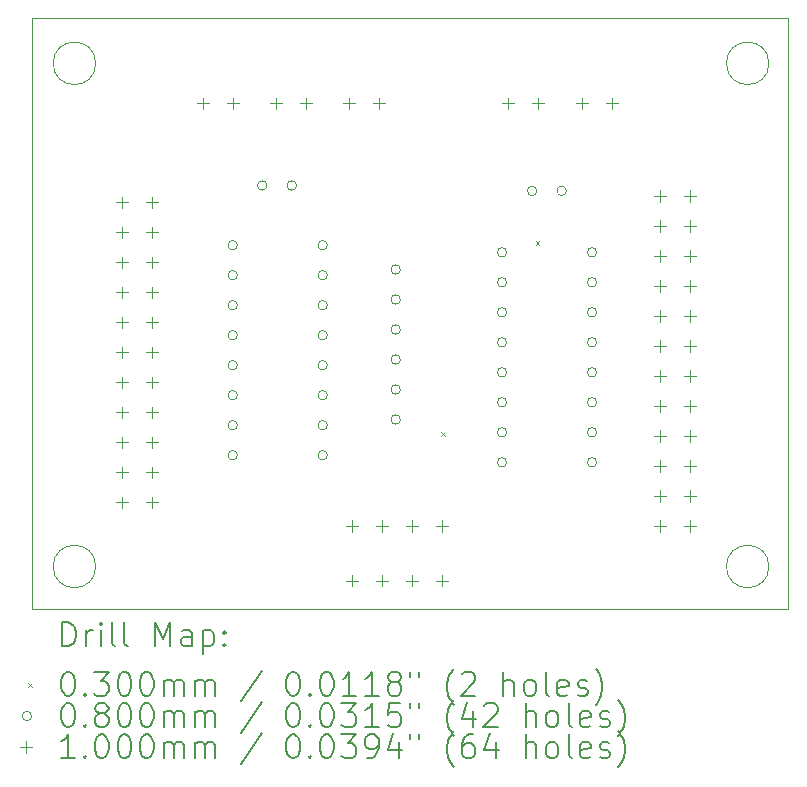
<source format=gbr>
%TF.GenerationSoftware,KiCad,Pcbnew,9.0.2*%
%TF.CreationDate,2025-07-03T21:31:51+02:00*%
%TF.ProjectId,clock divider,636c6f63-6b20-4646-9976-696465722e6b,rev?*%
%TF.SameCoordinates,Original*%
%TF.FileFunction,Drillmap*%
%TF.FilePolarity,Positive*%
%FSLAX45Y45*%
G04 Gerber Fmt 4.5, Leading zero omitted, Abs format (unit mm)*
G04 Created by KiCad (PCBNEW 9.0.2) date 2025-07-03 21:31:51*
%MOMM*%
%LPD*%
G01*
G04 APERTURE LIST*
%ADD10C,0.050000*%
%ADD11C,0.200000*%
%ADD12C,0.100000*%
G04 APERTURE END LIST*
D10*
X16040000Y-6000000D02*
X22440000Y-6000000D01*
X22440000Y-11000000D01*
X16040000Y-11000000D01*
X16040000Y-6000000D01*
X22280000Y-6380000D02*
G75*
G02*
X21920000Y-6380000I-180000J0D01*
G01*
X21920000Y-6380000D02*
G75*
G02*
X22280000Y-6380000I180000J0D01*
G01*
X16580000Y-10640000D02*
G75*
G02*
X16220000Y-10640000I-180000J0D01*
G01*
X16220000Y-10640000D02*
G75*
G02*
X16580000Y-10640000I180000J0D01*
G01*
X22280000Y-10640000D02*
G75*
G02*
X21920000Y-10640000I-180000J0D01*
G01*
X21920000Y-10640000D02*
G75*
G02*
X22280000Y-10640000I180000J0D01*
G01*
X16580000Y-6380000D02*
G75*
G02*
X16220000Y-6380000I-180000J0D01*
G01*
X16220000Y-6380000D02*
G75*
G02*
X16580000Y-6380000I180000J0D01*
G01*
D11*
D12*
X19505000Y-9505000D02*
X19535000Y-9535000D01*
X19535000Y-9505000D02*
X19505000Y-9535000D01*
X20305000Y-7885000D02*
X20335000Y-7915000D01*
X20335000Y-7885000D02*
X20305000Y-7915000D01*
X17780000Y-7920000D02*
G75*
G02*
X17700000Y-7920000I-40000J0D01*
G01*
X17700000Y-7920000D02*
G75*
G02*
X17780000Y-7920000I40000J0D01*
G01*
X17780000Y-8174000D02*
G75*
G02*
X17700000Y-8174000I-40000J0D01*
G01*
X17700000Y-8174000D02*
G75*
G02*
X17780000Y-8174000I40000J0D01*
G01*
X17780000Y-8428000D02*
G75*
G02*
X17700000Y-8428000I-40000J0D01*
G01*
X17700000Y-8428000D02*
G75*
G02*
X17780000Y-8428000I40000J0D01*
G01*
X17780000Y-8682000D02*
G75*
G02*
X17700000Y-8682000I-40000J0D01*
G01*
X17700000Y-8682000D02*
G75*
G02*
X17780000Y-8682000I40000J0D01*
G01*
X17780000Y-8936000D02*
G75*
G02*
X17700000Y-8936000I-40000J0D01*
G01*
X17700000Y-8936000D02*
G75*
G02*
X17780000Y-8936000I40000J0D01*
G01*
X17780000Y-9190000D02*
G75*
G02*
X17700000Y-9190000I-40000J0D01*
G01*
X17700000Y-9190000D02*
G75*
G02*
X17780000Y-9190000I40000J0D01*
G01*
X17780000Y-9444000D02*
G75*
G02*
X17700000Y-9444000I-40000J0D01*
G01*
X17700000Y-9444000D02*
G75*
G02*
X17780000Y-9444000I40000J0D01*
G01*
X17780000Y-9698000D02*
G75*
G02*
X17700000Y-9698000I-40000J0D01*
G01*
X17700000Y-9698000D02*
G75*
G02*
X17780000Y-9698000I40000J0D01*
G01*
X18030000Y-7414000D02*
G75*
G02*
X17950000Y-7414000I-40000J0D01*
G01*
X17950000Y-7414000D02*
G75*
G02*
X18030000Y-7414000I40000J0D01*
G01*
X18280000Y-7414000D02*
G75*
G02*
X18200000Y-7414000I-40000J0D01*
G01*
X18200000Y-7414000D02*
G75*
G02*
X18280000Y-7414000I40000J0D01*
G01*
X18542000Y-7920000D02*
G75*
G02*
X18462000Y-7920000I-40000J0D01*
G01*
X18462000Y-7920000D02*
G75*
G02*
X18542000Y-7920000I40000J0D01*
G01*
X18542000Y-8174000D02*
G75*
G02*
X18462000Y-8174000I-40000J0D01*
G01*
X18462000Y-8174000D02*
G75*
G02*
X18542000Y-8174000I40000J0D01*
G01*
X18542000Y-8428000D02*
G75*
G02*
X18462000Y-8428000I-40000J0D01*
G01*
X18462000Y-8428000D02*
G75*
G02*
X18542000Y-8428000I40000J0D01*
G01*
X18542000Y-8682000D02*
G75*
G02*
X18462000Y-8682000I-40000J0D01*
G01*
X18462000Y-8682000D02*
G75*
G02*
X18542000Y-8682000I40000J0D01*
G01*
X18542000Y-8936000D02*
G75*
G02*
X18462000Y-8936000I-40000J0D01*
G01*
X18462000Y-8936000D02*
G75*
G02*
X18542000Y-8936000I40000J0D01*
G01*
X18542000Y-9190000D02*
G75*
G02*
X18462000Y-9190000I-40000J0D01*
G01*
X18462000Y-9190000D02*
G75*
G02*
X18542000Y-9190000I40000J0D01*
G01*
X18542000Y-9444000D02*
G75*
G02*
X18462000Y-9444000I-40000J0D01*
G01*
X18462000Y-9444000D02*
G75*
G02*
X18542000Y-9444000I40000J0D01*
G01*
X18542000Y-9698000D02*
G75*
G02*
X18462000Y-9698000I-40000J0D01*
G01*
X18462000Y-9698000D02*
G75*
G02*
X18542000Y-9698000I40000J0D01*
G01*
X19160000Y-8126000D02*
G75*
G02*
X19080000Y-8126000I-40000J0D01*
G01*
X19080000Y-8126000D02*
G75*
G02*
X19160000Y-8126000I40000J0D01*
G01*
X19160000Y-8380000D02*
G75*
G02*
X19080000Y-8380000I-40000J0D01*
G01*
X19080000Y-8380000D02*
G75*
G02*
X19160000Y-8380000I40000J0D01*
G01*
X19160000Y-8634000D02*
G75*
G02*
X19080000Y-8634000I-40000J0D01*
G01*
X19080000Y-8634000D02*
G75*
G02*
X19160000Y-8634000I40000J0D01*
G01*
X19160000Y-8888000D02*
G75*
G02*
X19080000Y-8888000I-40000J0D01*
G01*
X19080000Y-8888000D02*
G75*
G02*
X19160000Y-8888000I40000J0D01*
G01*
X19160000Y-9142000D02*
G75*
G02*
X19080000Y-9142000I-40000J0D01*
G01*
X19080000Y-9142000D02*
G75*
G02*
X19160000Y-9142000I40000J0D01*
G01*
X19160000Y-9396000D02*
G75*
G02*
X19080000Y-9396000I-40000J0D01*
G01*
X19080000Y-9396000D02*
G75*
G02*
X19160000Y-9396000I40000J0D01*
G01*
X20060000Y-7980000D02*
G75*
G02*
X19980000Y-7980000I-40000J0D01*
G01*
X19980000Y-7980000D02*
G75*
G02*
X20060000Y-7980000I40000J0D01*
G01*
X20060000Y-8234000D02*
G75*
G02*
X19980000Y-8234000I-40000J0D01*
G01*
X19980000Y-8234000D02*
G75*
G02*
X20060000Y-8234000I40000J0D01*
G01*
X20060000Y-8488000D02*
G75*
G02*
X19980000Y-8488000I-40000J0D01*
G01*
X19980000Y-8488000D02*
G75*
G02*
X20060000Y-8488000I40000J0D01*
G01*
X20060000Y-8742000D02*
G75*
G02*
X19980000Y-8742000I-40000J0D01*
G01*
X19980000Y-8742000D02*
G75*
G02*
X20060000Y-8742000I40000J0D01*
G01*
X20060000Y-8996000D02*
G75*
G02*
X19980000Y-8996000I-40000J0D01*
G01*
X19980000Y-8996000D02*
G75*
G02*
X20060000Y-8996000I40000J0D01*
G01*
X20060000Y-9250000D02*
G75*
G02*
X19980000Y-9250000I-40000J0D01*
G01*
X19980000Y-9250000D02*
G75*
G02*
X20060000Y-9250000I40000J0D01*
G01*
X20060000Y-9504000D02*
G75*
G02*
X19980000Y-9504000I-40000J0D01*
G01*
X19980000Y-9504000D02*
G75*
G02*
X20060000Y-9504000I40000J0D01*
G01*
X20060000Y-9758000D02*
G75*
G02*
X19980000Y-9758000I-40000J0D01*
G01*
X19980000Y-9758000D02*
G75*
G02*
X20060000Y-9758000I40000J0D01*
G01*
X20315000Y-7460000D02*
G75*
G02*
X20235000Y-7460000I-40000J0D01*
G01*
X20235000Y-7460000D02*
G75*
G02*
X20315000Y-7460000I40000J0D01*
G01*
X20565000Y-7460000D02*
G75*
G02*
X20485000Y-7460000I-40000J0D01*
G01*
X20485000Y-7460000D02*
G75*
G02*
X20565000Y-7460000I40000J0D01*
G01*
X20822000Y-7980000D02*
G75*
G02*
X20742000Y-7980000I-40000J0D01*
G01*
X20742000Y-7980000D02*
G75*
G02*
X20822000Y-7980000I40000J0D01*
G01*
X20822000Y-8234000D02*
G75*
G02*
X20742000Y-8234000I-40000J0D01*
G01*
X20742000Y-8234000D02*
G75*
G02*
X20822000Y-8234000I40000J0D01*
G01*
X20822000Y-8488000D02*
G75*
G02*
X20742000Y-8488000I-40000J0D01*
G01*
X20742000Y-8488000D02*
G75*
G02*
X20822000Y-8488000I40000J0D01*
G01*
X20822000Y-8742000D02*
G75*
G02*
X20742000Y-8742000I-40000J0D01*
G01*
X20742000Y-8742000D02*
G75*
G02*
X20822000Y-8742000I40000J0D01*
G01*
X20822000Y-8996000D02*
G75*
G02*
X20742000Y-8996000I-40000J0D01*
G01*
X20742000Y-8996000D02*
G75*
G02*
X20822000Y-8996000I40000J0D01*
G01*
X20822000Y-9250000D02*
G75*
G02*
X20742000Y-9250000I-40000J0D01*
G01*
X20742000Y-9250000D02*
G75*
G02*
X20822000Y-9250000I40000J0D01*
G01*
X20822000Y-9504000D02*
G75*
G02*
X20742000Y-9504000I-40000J0D01*
G01*
X20742000Y-9504000D02*
G75*
G02*
X20822000Y-9504000I40000J0D01*
G01*
X20822000Y-9758000D02*
G75*
G02*
X20742000Y-9758000I-40000J0D01*
G01*
X20742000Y-9758000D02*
G75*
G02*
X20822000Y-9758000I40000J0D01*
G01*
X16800000Y-7508000D02*
X16800000Y-7608000D01*
X16750000Y-7558000D02*
X16850000Y-7558000D01*
X16800000Y-7762000D02*
X16800000Y-7862000D01*
X16750000Y-7812000D02*
X16850000Y-7812000D01*
X16800000Y-8016000D02*
X16800000Y-8116000D01*
X16750000Y-8066000D02*
X16850000Y-8066000D01*
X16800000Y-8270000D02*
X16800000Y-8370000D01*
X16750000Y-8320000D02*
X16850000Y-8320000D01*
X16800000Y-8524000D02*
X16800000Y-8624000D01*
X16750000Y-8574000D02*
X16850000Y-8574000D01*
X16800000Y-8778000D02*
X16800000Y-8878000D01*
X16750000Y-8828000D02*
X16850000Y-8828000D01*
X16800000Y-9032000D02*
X16800000Y-9132000D01*
X16750000Y-9082000D02*
X16850000Y-9082000D01*
X16800000Y-9286000D02*
X16800000Y-9386000D01*
X16750000Y-9336000D02*
X16850000Y-9336000D01*
X16800000Y-9540000D02*
X16800000Y-9640000D01*
X16750000Y-9590000D02*
X16850000Y-9590000D01*
X16800000Y-9794000D02*
X16800000Y-9894000D01*
X16750000Y-9844000D02*
X16850000Y-9844000D01*
X16800000Y-10048000D02*
X16800000Y-10148000D01*
X16750000Y-10098000D02*
X16850000Y-10098000D01*
X17054000Y-7508000D02*
X17054000Y-7608000D01*
X17004000Y-7558000D02*
X17104000Y-7558000D01*
X17054000Y-7762000D02*
X17054000Y-7862000D01*
X17004000Y-7812000D02*
X17104000Y-7812000D01*
X17054000Y-8016000D02*
X17054000Y-8116000D01*
X17004000Y-8066000D02*
X17104000Y-8066000D01*
X17054000Y-8270000D02*
X17054000Y-8370000D01*
X17004000Y-8320000D02*
X17104000Y-8320000D01*
X17054000Y-8524000D02*
X17054000Y-8624000D01*
X17004000Y-8574000D02*
X17104000Y-8574000D01*
X17054000Y-8778000D02*
X17054000Y-8878000D01*
X17004000Y-8828000D02*
X17104000Y-8828000D01*
X17054000Y-9032000D02*
X17054000Y-9132000D01*
X17004000Y-9082000D02*
X17104000Y-9082000D01*
X17054000Y-9286000D02*
X17054000Y-9386000D01*
X17004000Y-9336000D02*
X17104000Y-9336000D01*
X17054000Y-9540000D02*
X17054000Y-9640000D01*
X17004000Y-9590000D02*
X17104000Y-9590000D01*
X17054000Y-9794000D02*
X17054000Y-9894000D01*
X17004000Y-9844000D02*
X17104000Y-9844000D01*
X17054000Y-10048000D02*
X17054000Y-10148000D01*
X17004000Y-10098000D02*
X17104000Y-10098000D01*
X17486000Y-6670000D02*
X17486000Y-6770000D01*
X17436000Y-6720000D02*
X17536000Y-6720000D01*
X17740000Y-6670000D02*
X17740000Y-6770000D01*
X17690000Y-6720000D02*
X17790000Y-6720000D01*
X18106000Y-6670000D02*
X18106000Y-6770000D01*
X18056000Y-6720000D02*
X18156000Y-6720000D01*
X18360000Y-6670000D02*
X18360000Y-6770000D01*
X18310000Y-6720000D02*
X18410000Y-6720000D01*
X18726000Y-6670000D02*
X18726000Y-6770000D01*
X18676000Y-6720000D02*
X18776000Y-6720000D01*
X18752000Y-10250000D02*
X18752000Y-10350000D01*
X18702000Y-10300000D02*
X18802000Y-10300000D01*
X18752000Y-10709000D02*
X18752000Y-10809000D01*
X18702000Y-10759000D02*
X18802000Y-10759000D01*
X18980000Y-6670000D02*
X18980000Y-6770000D01*
X18930000Y-6720000D02*
X19030000Y-6720000D01*
X19006000Y-10250000D02*
X19006000Y-10350000D01*
X18956000Y-10300000D02*
X19056000Y-10300000D01*
X19006000Y-10709000D02*
X19006000Y-10809000D01*
X18956000Y-10759000D02*
X19056000Y-10759000D01*
X19260000Y-10250000D02*
X19260000Y-10350000D01*
X19210000Y-10300000D02*
X19310000Y-10300000D01*
X19260000Y-10709000D02*
X19260000Y-10809000D01*
X19210000Y-10759000D02*
X19310000Y-10759000D01*
X19514000Y-10250000D02*
X19514000Y-10350000D01*
X19464000Y-10300000D02*
X19564000Y-10300000D01*
X19514000Y-10709000D02*
X19514000Y-10809000D01*
X19464000Y-10759000D02*
X19564000Y-10759000D01*
X20067500Y-6670000D02*
X20067500Y-6770000D01*
X20017500Y-6720000D02*
X20117500Y-6720000D01*
X20321500Y-6670000D02*
X20321500Y-6770000D01*
X20271500Y-6720000D02*
X20371500Y-6720000D01*
X20700000Y-6670000D02*
X20700000Y-6770000D01*
X20650000Y-6720000D02*
X20750000Y-6720000D01*
X20954000Y-6670000D02*
X20954000Y-6770000D01*
X20904000Y-6720000D02*
X21004000Y-6720000D01*
X21360000Y-7454000D02*
X21360000Y-7554000D01*
X21310000Y-7504000D02*
X21410000Y-7504000D01*
X21360000Y-7708000D02*
X21360000Y-7808000D01*
X21310000Y-7758000D02*
X21410000Y-7758000D01*
X21360000Y-7962000D02*
X21360000Y-8062000D01*
X21310000Y-8012000D02*
X21410000Y-8012000D01*
X21360000Y-8216000D02*
X21360000Y-8316000D01*
X21310000Y-8266000D02*
X21410000Y-8266000D01*
X21360000Y-8470000D02*
X21360000Y-8570000D01*
X21310000Y-8520000D02*
X21410000Y-8520000D01*
X21360000Y-8724000D02*
X21360000Y-8824000D01*
X21310000Y-8774000D02*
X21410000Y-8774000D01*
X21360000Y-8978000D02*
X21360000Y-9078000D01*
X21310000Y-9028000D02*
X21410000Y-9028000D01*
X21360000Y-9232000D02*
X21360000Y-9332000D01*
X21310000Y-9282000D02*
X21410000Y-9282000D01*
X21360000Y-9486000D02*
X21360000Y-9586000D01*
X21310000Y-9536000D02*
X21410000Y-9536000D01*
X21360000Y-9740000D02*
X21360000Y-9840000D01*
X21310000Y-9790000D02*
X21410000Y-9790000D01*
X21360000Y-9994000D02*
X21360000Y-10094000D01*
X21310000Y-10044000D02*
X21410000Y-10044000D01*
X21360000Y-10248000D02*
X21360000Y-10348000D01*
X21310000Y-10298000D02*
X21410000Y-10298000D01*
X21614000Y-7454000D02*
X21614000Y-7554000D01*
X21564000Y-7504000D02*
X21664000Y-7504000D01*
X21614000Y-7708000D02*
X21614000Y-7808000D01*
X21564000Y-7758000D02*
X21664000Y-7758000D01*
X21614000Y-7962000D02*
X21614000Y-8062000D01*
X21564000Y-8012000D02*
X21664000Y-8012000D01*
X21614000Y-8216000D02*
X21614000Y-8316000D01*
X21564000Y-8266000D02*
X21664000Y-8266000D01*
X21614000Y-8470000D02*
X21614000Y-8570000D01*
X21564000Y-8520000D02*
X21664000Y-8520000D01*
X21614000Y-8724000D02*
X21614000Y-8824000D01*
X21564000Y-8774000D02*
X21664000Y-8774000D01*
X21614000Y-8978000D02*
X21614000Y-9078000D01*
X21564000Y-9028000D02*
X21664000Y-9028000D01*
X21614000Y-9232000D02*
X21614000Y-9332000D01*
X21564000Y-9282000D02*
X21664000Y-9282000D01*
X21614000Y-9486000D02*
X21614000Y-9586000D01*
X21564000Y-9536000D02*
X21664000Y-9536000D01*
X21614000Y-9740000D02*
X21614000Y-9840000D01*
X21564000Y-9790000D02*
X21664000Y-9790000D01*
X21614000Y-9994000D02*
X21614000Y-10094000D01*
X21564000Y-10044000D02*
X21664000Y-10044000D01*
X21614000Y-10248000D02*
X21614000Y-10348000D01*
X21564000Y-10298000D02*
X21664000Y-10298000D01*
D11*
X16298277Y-11313984D02*
X16298277Y-11113984D01*
X16298277Y-11113984D02*
X16345896Y-11113984D01*
X16345896Y-11113984D02*
X16374467Y-11123508D01*
X16374467Y-11123508D02*
X16393515Y-11142555D01*
X16393515Y-11142555D02*
X16403039Y-11161603D01*
X16403039Y-11161603D02*
X16412562Y-11199698D01*
X16412562Y-11199698D02*
X16412562Y-11228269D01*
X16412562Y-11228269D02*
X16403039Y-11266365D01*
X16403039Y-11266365D02*
X16393515Y-11285412D01*
X16393515Y-11285412D02*
X16374467Y-11304460D01*
X16374467Y-11304460D02*
X16345896Y-11313984D01*
X16345896Y-11313984D02*
X16298277Y-11313984D01*
X16498277Y-11313984D02*
X16498277Y-11180650D01*
X16498277Y-11218746D02*
X16507801Y-11199698D01*
X16507801Y-11199698D02*
X16517324Y-11190174D01*
X16517324Y-11190174D02*
X16536372Y-11180650D01*
X16536372Y-11180650D02*
X16555420Y-11180650D01*
X16622086Y-11313984D02*
X16622086Y-11180650D01*
X16622086Y-11113984D02*
X16612562Y-11123508D01*
X16612562Y-11123508D02*
X16622086Y-11133031D01*
X16622086Y-11133031D02*
X16631610Y-11123508D01*
X16631610Y-11123508D02*
X16622086Y-11113984D01*
X16622086Y-11113984D02*
X16622086Y-11133031D01*
X16745896Y-11313984D02*
X16726848Y-11304460D01*
X16726848Y-11304460D02*
X16717324Y-11285412D01*
X16717324Y-11285412D02*
X16717324Y-11113984D01*
X16850658Y-11313984D02*
X16831610Y-11304460D01*
X16831610Y-11304460D02*
X16822086Y-11285412D01*
X16822086Y-11285412D02*
X16822086Y-11113984D01*
X17079229Y-11313984D02*
X17079229Y-11113984D01*
X17079229Y-11113984D02*
X17145896Y-11256841D01*
X17145896Y-11256841D02*
X17212563Y-11113984D01*
X17212563Y-11113984D02*
X17212563Y-11313984D01*
X17393515Y-11313984D02*
X17393515Y-11209222D01*
X17393515Y-11209222D02*
X17383991Y-11190174D01*
X17383991Y-11190174D02*
X17364944Y-11180650D01*
X17364944Y-11180650D02*
X17326848Y-11180650D01*
X17326848Y-11180650D02*
X17307801Y-11190174D01*
X17393515Y-11304460D02*
X17374467Y-11313984D01*
X17374467Y-11313984D02*
X17326848Y-11313984D01*
X17326848Y-11313984D02*
X17307801Y-11304460D01*
X17307801Y-11304460D02*
X17298277Y-11285412D01*
X17298277Y-11285412D02*
X17298277Y-11266365D01*
X17298277Y-11266365D02*
X17307801Y-11247317D01*
X17307801Y-11247317D02*
X17326848Y-11237793D01*
X17326848Y-11237793D02*
X17374467Y-11237793D01*
X17374467Y-11237793D02*
X17393515Y-11228269D01*
X17488753Y-11180650D02*
X17488753Y-11380650D01*
X17488753Y-11190174D02*
X17507801Y-11180650D01*
X17507801Y-11180650D02*
X17545896Y-11180650D01*
X17545896Y-11180650D02*
X17564944Y-11190174D01*
X17564944Y-11190174D02*
X17574467Y-11199698D01*
X17574467Y-11199698D02*
X17583991Y-11218746D01*
X17583991Y-11218746D02*
X17583991Y-11275888D01*
X17583991Y-11275888D02*
X17574467Y-11294936D01*
X17574467Y-11294936D02*
X17564944Y-11304460D01*
X17564944Y-11304460D02*
X17545896Y-11313984D01*
X17545896Y-11313984D02*
X17507801Y-11313984D01*
X17507801Y-11313984D02*
X17488753Y-11304460D01*
X17669705Y-11294936D02*
X17679229Y-11304460D01*
X17679229Y-11304460D02*
X17669705Y-11313984D01*
X17669705Y-11313984D02*
X17660182Y-11304460D01*
X17660182Y-11304460D02*
X17669705Y-11294936D01*
X17669705Y-11294936D02*
X17669705Y-11313984D01*
X17669705Y-11190174D02*
X17679229Y-11199698D01*
X17679229Y-11199698D02*
X17669705Y-11209222D01*
X17669705Y-11209222D02*
X17660182Y-11199698D01*
X17660182Y-11199698D02*
X17669705Y-11190174D01*
X17669705Y-11190174D02*
X17669705Y-11209222D01*
D12*
X16007500Y-11627500D02*
X16037500Y-11657500D01*
X16037500Y-11627500D02*
X16007500Y-11657500D01*
D11*
X16336372Y-11533984D02*
X16355420Y-11533984D01*
X16355420Y-11533984D02*
X16374467Y-11543508D01*
X16374467Y-11543508D02*
X16383991Y-11553031D01*
X16383991Y-11553031D02*
X16393515Y-11572079D01*
X16393515Y-11572079D02*
X16403039Y-11610174D01*
X16403039Y-11610174D02*
X16403039Y-11657793D01*
X16403039Y-11657793D02*
X16393515Y-11695888D01*
X16393515Y-11695888D02*
X16383991Y-11714936D01*
X16383991Y-11714936D02*
X16374467Y-11724460D01*
X16374467Y-11724460D02*
X16355420Y-11733984D01*
X16355420Y-11733984D02*
X16336372Y-11733984D01*
X16336372Y-11733984D02*
X16317324Y-11724460D01*
X16317324Y-11724460D02*
X16307801Y-11714936D01*
X16307801Y-11714936D02*
X16298277Y-11695888D01*
X16298277Y-11695888D02*
X16288753Y-11657793D01*
X16288753Y-11657793D02*
X16288753Y-11610174D01*
X16288753Y-11610174D02*
X16298277Y-11572079D01*
X16298277Y-11572079D02*
X16307801Y-11553031D01*
X16307801Y-11553031D02*
X16317324Y-11543508D01*
X16317324Y-11543508D02*
X16336372Y-11533984D01*
X16488753Y-11714936D02*
X16498277Y-11724460D01*
X16498277Y-11724460D02*
X16488753Y-11733984D01*
X16488753Y-11733984D02*
X16479229Y-11724460D01*
X16479229Y-11724460D02*
X16488753Y-11714936D01*
X16488753Y-11714936D02*
X16488753Y-11733984D01*
X16564943Y-11533984D02*
X16688753Y-11533984D01*
X16688753Y-11533984D02*
X16622086Y-11610174D01*
X16622086Y-11610174D02*
X16650658Y-11610174D01*
X16650658Y-11610174D02*
X16669705Y-11619698D01*
X16669705Y-11619698D02*
X16679229Y-11629222D01*
X16679229Y-11629222D02*
X16688753Y-11648269D01*
X16688753Y-11648269D02*
X16688753Y-11695888D01*
X16688753Y-11695888D02*
X16679229Y-11714936D01*
X16679229Y-11714936D02*
X16669705Y-11724460D01*
X16669705Y-11724460D02*
X16650658Y-11733984D01*
X16650658Y-11733984D02*
X16593515Y-11733984D01*
X16593515Y-11733984D02*
X16574467Y-11724460D01*
X16574467Y-11724460D02*
X16564943Y-11714936D01*
X16812563Y-11533984D02*
X16831610Y-11533984D01*
X16831610Y-11533984D02*
X16850658Y-11543508D01*
X16850658Y-11543508D02*
X16860182Y-11553031D01*
X16860182Y-11553031D02*
X16869705Y-11572079D01*
X16869705Y-11572079D02*
X16879229Y-11610174D01*
X16879229Y-11610174D02*
X16879229Y-11657793D01*
X16879229Y-11657793D02*
X16869705Y-11695888D01*
X16869705Y-11695888D02*
X16860182Y-11714936D01*
X16860182Y-11714936D02*
X16850658Y-11724460D01*
X16850658Y-11724460D02*
X16831610Y-11733984D01*
X16831610Y-11733984D02*
X16812563Y-11733984D01*
X16812563Y-11733984D02*
X16793515Y-11724460D01*
X16793515Y-11724460D02*
X16783991Y-11714936D01*
X16783991Y-11714936D02*
X16774467Y-11695888D01*
X16774467Y-11695888D02*
X16764943Y-11657793D01*
X16764943Y-11657793D02*
X16764943Y-11610174D01*
X16764943Y-11610174D02*
X16774467Y-11572079D01*
X16774467Y-11572079D02*
X16783991Y-11553031D01*
X16783991Y-11553031D02*
X16793515Y-11543508D01*
X16793515Y-11543508D02*
X16812563Y-11533984D01*
X17003039Y-11533984D02*
X17022086Y-11533984D01*
X17022086Y-11533984D02*
X17041134Y-11543508D01*
X17041134Y-11543508D02*
X17050658Y-11553031D01*
X17050658Y-11553031D02*
X17060182Y-11572079D01*
X17060182Y-11572079D02*
X17069705Y-11610174D01*
X17069705Y-11610174D02*
X17069705Y-11657793D01*
X17069705Y-11657793D02*
X17060182Y-11695888D01*
X17060182Y-11695888D02*
X17050658Y-11714936D01*
X17050658Y-11714936D02*
X17041134Y-11724460D01*
X17041134Y-11724460D02*
X17022086Y-11733984D01*
X17022086Y-11733984D02*
X17003039Y-11733984D01*
X17003039Y-11733984D02*
X16983991Y-11724460D01*
X16983991Y-11724460D02*
X16974467Y-11714936D01*
X16974467Y-11714936D02*
X16964944Y-11695888D01*
X16964944Y-11695888D02*
X16955420Y-11657793D01*
X16955420Y-11657793D02*
X16955420Y-11610174D01*
X16955420Y-11610174D02*
X16964944Y-11572079D01*
X16964944Y-11572079D02*
X16974467Y-11553031D01*
X16974467Y-11553031D02*
X16983991Y-11543508D01*
X16983991Y-11543508D02*
X17003039Y-11533984D01*
X17155420Y-11733984D02*
X17155420Y-11600650D01*
X17155420Y-11619698D02*
X17164944Y-11610174D01*
X17164944Y-11610174D02*
X17183991Y-11600650D01*
X17183991Y-11600650D02*
X17212563Y-11600650D01*
X17212563Y-11600650D02*
X17231610Y-11610174D01*
X17231610Y-11610174D02*
X17241134Y-11629222D01*
X17241134Y-11629222D02*
X17241134Y-11733984D01*
X17241134Y-11629222D02*
X17250658Y-11610174D01*
X17250658Y-11610174D02*
X17269705Y-11600650D01*
X17269705Y-11600650D02*
X17298277Y-11600650D01*
X17298277Y-11600650D02*
X17317325Y-11610174D01*
X17317325Y-11610174D02*
X17326848Y-11629222D01*
X17326848Y-11629222D02*
X17326848Y-11733984D01*
X17422086Y-11733984D02*
X17422086Y-11600650D01*
X17422086Y-11619698D02*
X17431610Y-11610174D01*
X17431610Y-11610174D02*
X17450658Y-11600650D01*
X17450658Y-11600650D02*
X17479229Y-11600650D01*
X17479229Y-11600650D02*
X17498277Y-11610174D01*
X17498277Y-11610174D02*
X17507801Y-11629222D01*
X17507801Y-11629222D02*
X17507801Y-11733984D01*
X17507801Y-11629222D02*
X17517325Y-11610174D01*
X17517325Y-11610174D02*
X17536372Y-11600650D01*
X17536372Y-11600650D02*
X17564944Y-11600650D01*
X17564944Y-11600650D02*
X17583991Y-11610174D01*
X17583991Y-11610174D02*
X17593515Y-11629222D01*
X17593515Y-11629222D02*
X17593515Y-11733984D01*
X17983991Y-11524460D02*
X17812563Y-11781603D01*
X18241134Y-11533984D02*
X18260182Y-11533984D01*
X18260182Y-11533984D02*
X18279229Y-11543508D01*
X18279229Y-11543508D02*
X18288753Y-11553031D01*
X18288753Y-11553031D02*
X18298277Y-11572079D01*
X18298277Y-11572079D02*
X18307801Y-11610174D01*
X18307801Y-11610174D02*
X18307801Y-11657793D01*
X18307801Y-11657793D02*
X18298277Y-11695888D01*
X18298277Y-11695888D02*
X18288753Y-11714936D01*
X18288753Y-11714936D02*
X18279229Y-11724460D01*
X18279229Y-11724460D02*
X18260182Y-11733984D01*
X18260182Y-11733984D02*
X18241134Y-11733984D01*
X18241134Y-11733984D02*
X18222087Y-11724460D01*
X18222087Y-11724460D02*
X18212563Y-11714936D01*
X18212563Y-11714936D02*
X18203039Y-11695888D01*
X18203039Y-11695888D02*
X18193515Y-11657793D01*
X18193515Y-11657793D02*
X18193515Y-11610174D01*
X18193515Y-11610174D02*
X18203039Y-11572079D01*
X18203039Y-11572079D02*
X18212563Y-11553031D01*
X18212563Y-11553031D02*
X18222087Y-11543508D01*
X18222087Y-11543508D02*
X18241134Y-11533984D01*
X18393515Y-11714936D02*
X18403039Y-11724460D01*
X18403039Y-11724460D02*
X18393515Y-11733984D01*
X18393515Y-11733984D02*
X18383991Y-11724460D01*
X18383991Y-11724460D02*
X18393515Y-11714936D01*
X18393515Y-11714936D02*
X18393515Y-11733984D01*
X18526848Y-11533984D02*
X18545896Y-11533984D01*
X18545896Y-11533984D02*
X18564944Y-11543508D01*
X18564944Y-11543508D02*
X18574468Y-11553031D01*
X18574468Y-11553031D02*
X18583991Y-11572079D01*
X18583991Y-11572079D02*
X18593515Y-11610174D01*
X18593515Y-11610174D02*
X18593515Y-11657793D01*
X18593515Y-11657793D02*
X18583991Y-11695888D01*
X18583991Y-11695888D02*
X18574468Y-11714936D01*
X18574468Y-11714936D02*
X18564944Y-11724460D01*
X18564944Y-11724460D02*
X18545896Y-11733984D01*
X18545896Y-11733984D02*
X18526848Y-11733984D01*
X18526848Y-11733984D02*
X18507801Y-11724460D01*
X18507801Y-11724460D02*
X18498277Y-11714936D01*
X18498277Y-11714936D02*
X18488753Y-11695888D01*
X18488753Y-11695888D02*
X18479229Y-11657793D01*
X18479229Y-11657793D02*
X18479229Y-11610174D01*
X18479229Y-11610174D02*
X18488753Y-11572079D01*
X18488753Y-11572079D02*
X18498277Y-11553031D01*
X18498277Y-11553031D02*
X18507801Y-11543508D01*
X18507801Y-11543508D02*
X18526848Y-11533984D01*
X18783991Y-11733984D02*
X18669706Y-11733984D01*
X18726848Y-11733984D02*
X18726848Y-11533984D01*
X18726848Y-11533984D02*
X18707801Y-11562555D01*
X18707801Y-11562555D02*
X18688753Y-11581603D01*
X18688753Y-11581603D02*
X18669706Y-11591127D01*
X18974468Y-11733984D02*
X18860182Y-11733984D01*
X18917325Y-11733984D02*
X18917325Y-11533984D01*
X18917325Y-11533984D02*
X18898277Y-11562555D01*
X18898277Y-11562555D02*
X18879229Y-11581603D01*
X18879229Y-11581603D02*
X18860182Y-11591127D01*
X19088753Y-11619698D02*
X19069706Y-11610174D01*
X19069706Y-11610174D02*
X19060182Y-11600650D01*
X19060182Y-11600650D02*
X19050658Y-11581603D01*
X19050658Y-11581603D02*
X19050658Y-11572079D01*
X19050658Y-11572079D02*
X19060182Y-11553031D01*
X19060182Y-11553031D02*
X19069706Y-11543508D01*
X19069706Y-11543508D02*
X19088753Y-11533984D01*
X19088753Y-11533984D02*
X19126849Y-11533984D01*
X19126849Y-11533984D02*
X19145896Y-11543508D01*
X19145896Y-11543508D02*
X19155420Y-11553031D01*
X19155420Y-11553031D02*
X19164944Y-11572079D01*
X19164944Y-11572079D02*
X19164944Y-11581603D01*
X19164944Y-11581603D02*
X19155420Y-11600650D01*
X19155420Y-11600650D02*
X19145896Y-11610174D01*
X19145896Y-11610174D02*
X19126849Y-11619698D01*
X19126849Y-11619698D02*
X19088753Y-11619698D01*
X19088753Y-11619698D02*
X19069706Y-11629222D01*
X19069706Y-11629222D02*
X19060182Y-11638746D01*
X19060182Y-11638746D02*
X19050658Y-11657793D01*
X19050658Y-11657793D02*
X19050658Y-11695888D01*
X19050658Y-11695888D02*
X19060182Y-11714936D01*
X19060182Y-11714936D02*
X19069706Y-11724460D01*
X19069706Y-11724460D02*
X19088753Y-11733984D01*
X19088753Y-11733984D02*
X19126849Y-11733984D01*
X19126849Y-11733984D02*
X19145896Y-11724460D01*
X19145896Y-11724460D02*
X19155420Y-11714936D01*
X19155420Y-11714936D02*
X19164944Y-11695888D01*
X19164944Y-11695888D02*
X19164944Y-11657793D01*
X19164944Y-11657793D02*
X19155420Y-11638746D01*
X19155420Y-11638746D02*
X19145896Y-11629222D01*
X19145896Y-11629222D02*
X19126849Y-11619698D01*
X19241134Y-11533984D02*
X19241134Y-11572079D01*
X19317325Y-11533984D02*
X19317325Y-11572079D01*
X19612563Y-11810174D02*
X19603039Y-11800650D01*
X19603039Y-11800650D02*
X19583991Y-11772079D01*
X19583991Y-11772079D02*
X19574468Y-11753031D01*
X19574468Y-11753031D02*
X19564944Y-11724460D01*
X19564944Y-11724460D02*
X19555420Y-11676841D01*
X19555420Y-11676841D02*
X19555420Y-11638746D01*
X19555420Y-11638746D02*
X19564944Y-11591127D01*
X19564944Y-11591127D02*
X19574468Y-11562555D01*
X19574468Y-11562555D02*
X19583991Y-11543508D01*
X19583991Y-11543508D02*
X19603039Y-11514936D01*
X19603039Y-11514936D02*
X19612563Y-11505412D01*
X19679230Y-11553031D02*
X19688753Y-11543508D01*
X19688753Y-11543508D02*
X19707801Y-11533984D01*
X19707801Y-11533984D02*
X19755420Y-11533984D01*
X19755420Y-11533984D02*
X19774468Y-11543508D01*
X19774468Y-11543508D02*
X19783991Y-11553031D01*
X19783991Y-11553031D02*
X19793515Y-11572079D01*
X19793515Y-11572079D02*
X19793515Y-11591127D01*
X19793515Y-11591127D02*
X19783991Y-11619698D01*
X19783991Y-11619698D02*
X19669706Y-11733984D01*
X19669706Y-11733984D02*
X19793515Y-11733984D01*
X20031611Y-11733984D02*
X20031611Y-11533984D01*
X20117325Y-11733984D02*
X20117325Y-11629222D01*
X20117325Y-11629222D02*
X20107801Y-11610174D01*
X20107801Y-11610174D02*
X20088753Y-11600650D01*
X20088753Y-11600650D02*
X20060182Y-11600650D01*
X20060182Y-11600650D02*
X20041134Y-11610174D01*
X20041134Y-11610174D02*
X20031611Y-11619698D01*
X20241134Y-11733984D02*
X20222087Y-11724460D01*
X20222087Y-11724460D02*
X20212563Y-11714936D01*
X20212563Y-11714936D02*
X20203039Y-11695888D01*
X20203039Y-11695888D02*
X20203039Y-11638746D01*
X20203039Y-11638746D02*
X20212563Y-11619698D01*
X20212563Y-11619698D02*
X20222087Y-11610174D01*
X20222087Y-11610174D02*
X20241134Y-11600650D01*
X20241134Y-11600650D02*
X20269706Y-11600650D01*
X20269706Y-11600650D02*
X20288753Y-11610174D01*
X20288753Y-11610174D02*
X20298277Y-11619698D01*
X20298277Y-11619698D02*
X20307801Y-11638746D01*
X20307801Y-11638746D02*
X20307801Y-11695888D01*
X20307801Y-11695888D02*
X20298277Y-11714936D01*
X20298277Y-11714936D02*
X20288753Y-11724460D01*
X20288753Y-11724460D02*
X20269706Y-11733984D01*
X20269706Y-11733984D02*
X20241134Y-11733984D01*
X20422087Y-11733984D02*
X20403039Y-11724460D01*
X20403039Y-11724460D02*
X20393515Y-11705412D01*
X20393515Y-11705412D02*
X20393515Y-11533984D01*
X20574468Y-11724460D02*
X20555420Y-11733984D01*
X20555420Y-11733984D02*
X20517325Y-11733984D01*
X20517325Y-11733984D02*
X20498277Y-11724460D01*
X20498277Y-11724460D02*
X20488753Y-11705412D01*
X20488753Y-11705412D02*
X20488753Y-11629222D01*
X20488753Y-11629222D02*
X20498277Y-11610174D01*
X20498277Y-11610174D02*
X20517325Y-11600650D01*
X20517325Y-11600650D02*
X20555420Y-11600650D01*
X20555420Y-11600650D02*
X20574468Y-11610174D01*
X20574468Y-11610174D02*
X20583992Y-11629222D01*
X20583992Y-11629222D02*
X20583992Y-11648269D01*
X20583992Y-11648269D02*
X20488753Y-11667317D01*
X20660182Y-11724460D02*
X20679230Y-11733984D01*
X20679230Y-11733984D02*
X20717325Y-11733984D01*
X20717325Y-11733984D02*
X20736373Y-11724460D01*
X20736373Y-11724460D02*
X20745896Y-11705412D01*
X20745896Y-11705412D02*
X20745896Y-11695888D01*
X20745896Y-11695888D02*
X20736373Y-11676841D01*
X20736373Y-11676841D02*
X20717325Y-11667317D01*
X20717325Y-11667317D02*
X20688753Y-11667317D01*
X20688753Y-11667317D02*
X20669706Y-11657793D01*
X20669706Y-11657793D02*
X20660182Y-11638746D01*
X20660182Y-11638746D02*
X20660182Y-11629222D01*
X20660182Y-11629222D02*
X20669706Y-11610174D01*
X20669706Y-11610174D02*
X20688753Y-11600650D01*
X20688753Y-11600650D02*
X20717325Y-11600650D01*
X20717325Y-11600650D02*
X20736373Y-11610174D01*
X20812563Y-11810174D02*
X20822087Y-11800650D01*
X20822087Y-11800650D02*
X20841134Y-11772079D01*
X20841134Y-11772079D02*
X20850658Y-11753031D01*
X20850658Y-11753031D02*
X20860182Y-11724460D01*
X20860182Y-11724460D02*
X20869706Y-11676841D01*
X20869706Y-11676841D02*
X20869706Y-11638746D01*
X20869706Y-11638746D02*
X20860182Y-11591127D01*
X20860182Y-11591127D02*
X20850658Y-11562555D01*
X20850658Y-11562555D02*
X20841134Y-11543508D01*
X20841134Y-11543508D02*
X20822087Y-11514936D01*
X20822087Y-11514936D02*
X20812563Y-11505412D01*
D12*
X16037500Y-11906500D02*
G75*
G02*
X15957500Y-11906500I-40000J0D01*
G01*
X15957500Y-11906500D02*
G75*
G02*
X16037500Y-11906500I40000J0D01*
G01*
D11*
X16336372Y-11797984D02*
X16355420Y-11797984D01*
X16355420Y-11797984D02*
X16374467Y-11807508D01*
X16374467Y-11807508D02*
X16383991Y-11817031D01*
X16383991Y-11817031D02*
X16393515Y-11836079D01*
X16393515Y-11836079D02*
X16403039Y-11874174D01*
X16403039Y-11874174D02*
X16403039Y-11921793D01*
X16403039Y-11921793D02*
X16393515Y-11959888D01*
X16393515Y-11959888D02*
X16383991Y-11978936D01*
X16383991Y-11978936D02*
X16374467Y-11988460D01*
X16374467Y-11988460D02*
X16355420Y-11997984D01*
X16355420Y-11997984D02*
X16336372Y-11997984D01*
X16336372Y-11997984D02*
X16317324Y-11988460D01*
X16317324Y-11988460D02*
X16307801Y-11978936D01*
X16307801Y-11978936D02*
X16298277Y-11959888D01*
X16298277Y-11959888D02*
X16288753Y-11921793D01*
X16288753Y-11921793D02*
X16288753Y-11874174D01*
X16288753Y-11874174D02*
X16298277Y-11836079D01*
X16298277Y-11836079D02*
X16307801Y-11817031D01*
X16307801Y-11817031D02*
X16317324Y-11807508D01*
X16317324Y-11807508D02*
X16336372Y-11797984D01*
X16488753Y-11978936D02*
X16498277Y-11988460D01*
X16498277Y-11988460D02*
X16488753Y-11997984D01*
X16488753Y-11997984D02*
X16479229Y-11988460D01*
X16479229Y-11988460D02*
X16488753Y-11978936D01*
X16488753Y-11978936D02*
X16488753Y-11997984D01*
X16612562Y-11883698D02*
X16593515Y-11874174D01*
X16593515Y-11874174D02*
X16583991Y-11864650D01*
X16583991Y-11864650D02*
X16574467Y-11845603D01*
X16574467Y-11845603D02*
X16574467Y-11836079D01*
X16574467Y-11836079D02*
X16583991Y-11817031D01*
X16583991Y-11817031D02*
X16593515Y-11807508D01*
X16593515Y-11807508D02*
X16612562Y-11797984D01*
X16612562Y-11797984D02*
X16650658Y-11797984D01*
X16650658Y-11797984D02*
X16669705Y-11807508D01*
X16669705Y-11807508D02*
X16679229Y-11817031D01*
X16679229Y-11817031D02*
X16688753Y-11836079D01*
X16688753Y-11836079D02*
X16688753Y-11845603D01*
X16688753Y-11845603D02*
X16679229Y-11864650D01*
X16679229Y-11864650D02*
X16669705Y-11874174D01*
X16669705Y-11874174D02*
X16650658Y-11883698D01*
X16650658Y-11883698D02*
X16612562Y-11883698D01*
X16612562Y-11883698D02*
X16593515Y-11893222D01*
X16593515Y-11893222D02*
X16583991Y-11902746D01*
X16583991Y-11902746D02*
X16574467Y-11921793D01*
X16574467Y-11921793D02*
X16574467Y-11959888D01*
X16574467Y-11959888D02*
X16583991Y-11978936D01*
X16583991Y-11978936D02*
X16593515Y-11988460D01*
X16593515Y-11988460D02*
X16612562Y-11997984D01*
X16612562Y-11997984D02*
X16650658Y-11997984D01*
X16650658Y-11997984D02*
X16669705Y-11988460D01*
X16669705Y-11988460D02*
X16679229Y-11978936D01*
X16679229Y-11978936D02*
X16688753Y-11959888D01*
X16688753Y-11959888D02*
X16688753Y-11921793D01*
X16688753Y-11921793D02*
X16679229Y-11902746D01*
X16679229Y-11902746D02*
X16669705Y-11893222D01*
X16669705Y-11893222D02*
X16650658Y-11883698D01*
X16812563Y-11797984D02*
X16831610Y-11797984D01*
X16831610Y-11797984D02*
X16850658Y-11807508D01*
X16850658Y-11807508D02*
X16860182Y-11817031D01*
X16860182Y-11817031D02*
X16869705Y-11836079D01*
X16869705Y-11836079D02*
X16879229Y-11874174D01*
X16879229Y-11874174D02*
X16879229Y-11921793D01*
X16879229Y-11921793D02*
X16869705Y-11959888D01*
X16869705Y-11959888D02*
X16860182Y-11978936D01*
X16860182Y-11978936D02*
X16850658Y-11988460D01*
X16850658Y-11988460D02*
X16831610Y-11997984D01*
X16831610Y-11997984D02*
X16812563Y-11997984D01*
X16812563Y-11997984D02*
X16793515Y-11988460D01*
X16793515Y-11988460D02*
X16783991Y-11978936D01*
X16783991Y-11978936D02*
X16774467Y-11959888D01*
X16774467Y-11959888D02*
X16764943Y-11921793D01*
X16764943Y-11921793D02*
X16764943Y-11874174D01*
X16764943Y-11874174D02*
X16774467Y-11836079D01*
X16774467Y-11836079D02*
X16783991Y-11817031D01*
X16783991Y-11817031D02*
X16793515Y-11807508D01*
X16793515Y-11807508D02*
X16812563Y-11797984D01*
X17003039Y-11797984D02*
X17022086Y-11797984D01*
X17022086Y-11797984D02*
X17041134Y-11807508D01*
X17041134Y-11807508D02*
X17050658Y-11817031D01*
X17050658Y-11817031D02*
X17060182Y-11836079D01*
X17060182Y-11836079D02*
X17069705Y-11874174D01*
X17069705Y-11874174D02*
X17069705Y-11921793D01*
X17069705Y-11921793D02*
X17060182Y-11959888D01*
X17060182Y-11959888D02*
X17050658Y-11978936D01*
X17050658Y-11978936D02*
X17041134Y-11988460D01*
X17041134Y-11988460D02*
X17022086Y-11997984D01*
X17022086Y-11997984D02*
X17003039Y-11997984D01*
X17003039Y-11997984D02*
X16983991Y-11988460D01*
X16983991Y-11988460D02*
X16974467Y-11978936D01*
X16974467Y-11978936D02*
X16964944Y-11959888D01*
X16964944Y-11959888D02*
X16955420Y-11921793D01*
X16955420Y-11921793D02*
X16955420Y-11874174D01*
X16955420Y-11874174D02*
X16964944Y-11836079D01*
X16964944Y-11836079D02*
X16974467Y-11817031D01*
X16974467Y-11817031D02*
X16983991Y-11807508D01*
X16983991Y-11807508D02*
X17003039Y-11797984D01*
X17155420Y-11997984D02*
X17155420Y-11864650D01*
X17155420Y-11883698D02*
X17164944Y-11874174D01*
X17164944Y-11874174D02*
X17183991Y-11864650D01*
X17183991Y-11864650D02*
X17212563Y-11864650D01*
X17212563Y-11864650D02*
X17231610Y-11874174D01*
X17231610Y-11874174D02*
X17241134Y-11893222D01*
X17241134Y-11893222D02*
X17241134Y-11997984D01*
X17241134Y-11893222D02*
X17250658Y-11874174D01*
X17250658Y-11874174D02*
X17269705Y-11864650D01*
X17269705Y-11864650D02*
X17298277Y-11864650D01*
X17298277Y-11864650D02*
X17317325Y-11874174D01*
X17317325Y-11874174D02*
X17326848Y-11893222D01*
X17326848Y-11893222D02*
X17326848Y-11997984D01*
X17422086Y-11997984D02*
X17422086Y-11864650D01*
X17422086Y-11883698D02*
X17431610Y-11874174D01*
X17431610Y-11874174D02*
X17450658Y-11864650D01*
X17450658Y-11864650D02*
X17479229Y-11864650D01*
X17479229Y-11864650D02*
X17498277Y-11874174D01*
X17498277Y-11874174D02*
X17507801Y-11893222D01*
X17507801Y-11893222D02*
X17507801Y-11997984D01*
X17507801Y-11893222D02*
X17517325Y-11874174D01*
X17517325Y-11874174D02*
X17536372Y-11864650D01*
X17536372Y-11864650D02*
X17564944Y-11864650D01*
X17564944Y-11864650D02*
X17583991Y-11874174D01*
X17583991Y-11874174D02*
X17593515Y-11893222D01*
X17593515Y-11893222D02*
X17593515Y-11997984D01*
X17983991Y-11788460D02*
X17812563Y-12045603D01*
X18241134Y-11797984D02*
X18260182Y-11797984D01*
X18260182Y-11797984D02*
X18279229Y-11807508D01*
X18279229Y-11807508D02*
X18288753Y-11817031D01*
X18288753Y-11817031D02*
X18298277Y-11836079D01*
X18298277Y-11836079D02*
X18307801Y-11874174D01*
X18307801Y-11874174D02*
X18307801Y-11921793D01*
X18307801Y-11921793D02*
X18298277Y-11959888D01*
X18298277Y-11959888D02*
X18288753Y-11978936D01*
X18288753Y-11978936D02*
X18279229Y-11988460D01*
X18279229Y-11988460D02*
X18260182Y-11997984D01*
X18260182Y-11997984D02*
X18241134Y-11997984D01*
X18241134Y-11997984D02*
X18222087Y-11988460D01*
X18222087Y-11988460D02*
X18212563Y-11978936D01*
X18212563Y-11978936D02*
X18203039Y-11959888D01*
X18203039Y-11959888D02*
X18193515Y-11921793D01*
X18193515Y-11921793D02*
X18193515Y-11874174D01*
X18193515Y-11874174D02*
X18203039Y-11836079D01*
X18203039Y-11836079D02*
X18212563Y-11817031D01*
X18212563Y-11817031D02*
X18222087Y-11807508D01*
X18222087Y-11807508D02*
X18241134Y-11797984D01*
X18393515Y-11978936D02*
X18403039Y-11988460D01*
X18403039Y-11988460D02*
X18393515Y-11997984D01*
X18393515Y-11997984D02*
X18383991Y-11988460D01*
X18383991Y-11988460D02*
X18393515Y-11978936D01*
X18393515Y-11978936D02*
X18393515Y-11997984D01*
X18526848Y-11797984D02*
X18545896Y-11797984D01*
X18545896Y-11797984D02*
X18564944Y-11807508D01*
X18564944Y-11807508D02*
X18574468Y-11817031D01*
X18574468Y-11817031D02*
X18583991Y-11836079D01*
X18583991Y-11836079D02*
X18593515Y-11874174D01*
X18593515Y-11874174D02*
X18593515Y-11921793D01*
X18593515Y-11921793D02*
X18583991Y-11959888D01*
X18583991Y-11959888D02*
X18574468Y-11978936D01*
X18574468Y-11978936D02*
X18564944Y-11988460D01*
X18564944Y-11988460D02*
X18545896Y-11997984D01*
X18545896Y-11997984D02*
X18526848Y-11997984D01*
X18526848Y-11997984D02*
X18507801Y-11988460D01*
X18507801Y-11988460D02*
X18498277Y-11978936D01*
X18498277Y-11978936D02*
X18488753Y-11959888D01*
X18488753Y-11959888D02*
X18479229Y-11921793D01*
X18479229Y-11921793D02*
X18479229Y-11874174D01*
X18479229Y-11874174D02*
X18488753Y-11836079D01*
X18488753Y-11836079D02*
X18498277Y-11817031D01*
X18498277Y-11817031D02*
X18507801Y-11807508D01*
X18507801Y-11807508D02*
X18526848Y-11797984D01*
X18660182Y-11797984D02*
X18783991Y-11797984D01*
X18783991Y-11797984D02*
X18717325Y-11874174D01*
X18717325Y-11874174D02*
X18745896Y-11874174D01*
X18745896Y-11874174D02*
X18764944Y-11883698D01*
X18764944Y-11883698D02*
X18774468Y-11893222D01*
X18774468Y-11893222D02*
X18783991Y-11912269D01*
X18783991Y-11912269D02*
X18783991Y-11959888D01*
X18783991Y-11959888D02*
X18774468Y-11978936D01*
X18774468Y-11978936D02*
X18764944Y-11988460D01*
X18764944Y-11988460D02*
X18745896Y-11997984D01*
X18745896Y-11997984D02*
X18688753Y-11997984D01*
X18688753Y-11997984D02*
X18669706Y-11988460D01*
X18669706Y-11988460D02*
X18660182Y-11978936D01*
X18974468Y-11997984D02*
X18860182Y-11997984D01*
X18917325Y-11997984D02*
X18917325Y-11797984D01*
X18917325Y-11797984D02*
X18898277Y-11826555D01*
X18898277Y-11826555D02*
X18879229Y-11845603D01*
X18879229Y-11845603D02*
X18860182Y-11855127D01*
X19155420Y-11797984D02*
X19060182Y-11797984D01*
X19060182Y-11797984D02*
X19050658Y-11893222D01*
X19050658Y-11893222D02*
X19060182Y-11883698D01*
X19060182Y-11883698D02*
X19079229Y-11874174D01*
X19079229Y-11874174D02*
X19126849Y-11874174D01*
X19126849Y-11874174D02*
X19145896Y-11883698D01*
X19145896Y-11883698D02*
X19155420Y-11893222D01*
X19155420Y-11893222D02*
X19164944Y-11912269D01*
X19164944Y-11912269D02*
X19164944Y-11959888D01*
X19164944Y-11959888D02*
X19155420Y-11978936D01*
X19155420Y-11978936D02*
X19145896Y-11988460D01*
X19145896Y-11988460D02*
X19126849Y-11997984D01*
X19126849Y-11997984D02*
X19079229Y-11997984D01*
X19079229Y-11997984D02*
X19060182Y-11988460D01*
X19060182Y-11988460D02*
X19050658Y-11978936D01*
X19241134Y-11797984D02*
X19241134Y-11836079D01*
X19317325Y-11797984D02*
X19317325Y-11836079D01*
X19612563Y-12074174D02*
X19603039Y-12064650D01*
X19603039Y-12064650D02*
X19583991Y-12036079D01*
X19583991Y-12036079D02*
X19574468Y-12017031D01*
X19574468Y-12017031D02*
X19564944Y-11988460D01*
X19564944Y-11988460D02*
X19555420Y-11940841D01*
X19555420Y-11940841D02*
X19555420Y-11902746D01*
X19555420Y-11902746D02*
X19564944Y-11855127D01*
X19564944Y-11855127D02*
X19574468Y-11826555D01*
X19574468Y-11826555D02*
X19583991Y-11807508D01*
X19583991Y-11807508D02*
X19603039Y-11778936D01*
X19603039Y-11778936D02*
X19612563Y-11769412D01*
X19774468Y-11864650D02*
X19774468Y-11997984D01*
X19726849Y-11788460D02*
X19679230Y-11931317D01*
X19679230Y-11931317D02*
X19803039Y-11931317D01*
X19869706Y-11817031D02*
X19879230Y-11807508D01*
X19879230Y-11807508D02*
X19898277Y-11797984D01*
X19898277Y-11797984D02*
X19945896Y-11797984D01*
X19945896Y-11797984D02*
X19964944Y-11807508D01*
X19964944Y-11807508D02*
X19974468Y-11817031D01*
X19974468Y-11817031D02*
X19983991Y-11836079D01*
X19983991Y-11836079D02*
X19983991Y-11855127D01*
X19983991Y-11855127D02*
X19974468Y-11883698D01*
X19974468Y-11883698D02*
X19860182Y-11997984D01*
X19860182Y-11997984D02*
X19983991Y-11997984D01*
X20222087Y-11997984D02*
X20222087Y-11797984D01*
X20307801Y-11997984D02*
X20307801Y-11893222D01*
X20307801Y-11893222D02*
X20298277Y-11874174D01*
X20298277Y-11874174D02*
X20279230Y-11864650D01*
X20279230Y-11864650D02*
X20250658Y-11864650D01*
X20250658Y-11864650D02*
X20231611Y-11874174D01*
X20231611Y-11874174D02*
X20222087Y-11883698D01*
X20431611Y-11997984D02*
X20412563Y-11988460D01*
X20412563Y-11988460D02*
X20403039Y-11978936D01*
X20403039Y-11978936D02*
X20393515Y-11959888D01*
X20393515Y-11959888D02*
X20393515Y-11902746D01*
X20393515Y-11902746D02*
X20403039Y-11883698D01*
X20403039Y-11883698D02*
X20412563Y-11874174D01*
X20412563Y-11874174D02*
X20431611Y-11864650D01*
X20431611Y-11864650D02*
X20460182Y-11864650D01*
X20460182Y-11864650D02*
X20479230Y-11874174D01*
X20479230Y-11874174D02*
X20488753Y-11883698D01*
X20488753Y-11883698D02*
X20498277Y-11902746D01*
X20498277Y-11902746D02*
X20498277Y-11959888D01*
X20498277Y-11959888D02*
X20488753Y-11978936D01*
X20488753Y-11978936D02*
X20479230Y-11988460D01*
X20479230Y-11988460D02*
X20460182Y-11997984D01*
X20460182Y-11997984D02*
X20431611Y-11997984D01*
X20612563Y-11997984D02*
X20593515Y-11988460D01*
X20593515Y-11988460D02*
X20583992Y-11969412D01*
X20583992Y-11969412D02*
X20583992Y-11797984D01*
X20764944Y-11988460D02*
X20745896Y-11997984D01*
X20745896Y-11997984D02*
X20707801Y-11997984D01*
X20707801Y-11997984D02*
X20688753Y-11988460D01*
X20688753Y-11988460D02*
X20679230Y-11969412D01*
X20679230Y-11969412D02*
X20679230Y-11893222D01*
X20679230Y-11893222D02*
X20688753Y-11874174D01*
X20688753Y-11874174D02*
X20707801Y-11864650D01*
X20707801Y-11864650D02*
X20745896Y-11864650D01*
X20745896Y-11864650D02*
X20764944Y-11874174D01*
X20764944Y-11874174D02*
X20774468Y-11893222D01*
X20774468Y-11893222D02*
X20774468Y-11912269D01*
X20774468Y-11912269D02*
X20679230Y-11931317D01*
X20850658Y-11988460D02*
X20869706Y-11997984D01*
X20869706Y-11997984D02*
X20907801Y-11997984D01*
X20907801Y-11997984D02*
X20926849Y-11988460D01*
X20926849Y-11988460D02*
X20936373Y-11969412D01*
X20936373Y-11969412D02*
X20936373Y-11959888D01*
X20936373Y-11959888D02*
X20926849Y-11940841D01*
X20926849Y-11940841D02*
X20907801Y-11931317D01*
X20907801Y-11931317D02*
X20879230Y-11931317D01*
X20879230Y-11931317D02*
X20860182Y-11921793D01*
X20860182Y-11921793D02*
X20850658Y-11902746D01*
X20850658Y-11902746D02*
X20850658Y-11893222D01*
X20850658Y-11893222D02*
X20860182Y-11874174D01*
X20860182Y-11874174D02*
X20879230Y-11864650D01*
X20879230Y-11864650D02*
X20907801Y-11864650D01*
X20907801Y-11864650D02*
X20926849Y-11874174D01*
X21003039Y-12074174D02*
X21012563Y-12064650D01*
X21012563Y-12064650D02*
X21031611Y-12036079D01*
X21031611Y-12036079D02*
X21041134Y-12017031D01*
X21041134Y-12017031D02*
X21050658Y-11988460D01*
X21050658Y-11988460D02*
X21060182Y-11940841D01*
X21060182Y-11940841D02*
X21060182Y-11902746D01*
X21060182Y-11902746D02*
X21050658Y-11855127D01*
X21050658Y-11855127D02*
X21041134Y-11826555D01*
X21041134Y-11826555D02*
X21031611Y-11807508D01*
X21031611Y-11807508D02*
X21012563Y-11778936D01*
X21012563Y-11778936D02*
X21003039Y-11769412D01*
D12*
X15987500Y-12120500D02*
X15987500Y-12220500D01*
X15937500Y-12170500D02*
X16037500Y-12170500D01*
D11*
X16403039Y-12261984D02*
X16288753Y-12261984D01*
X16345896Y-12261984D02*
X16345896Y-12061984D01*
X16345896Y-12061984D02*
X16326848Y-12090555D01*
X16326848Y-12090555D02*
X16307801Y-12109603D01*
X16307801Y-12109603D02*
X16288753Y-12119127D01*
X16488753Y-12242936D02*
X16498277Y-12252460D01*
X16498277Y-12252460D02*
X16488753Y-12261984D01*
X16488753Y-12261984D02*
X16479229Y-12252460D01*
X16479229Y-12252460D02*
X16488753Y-12242936D01*
X16488753Y-12242936D02*
X16488753Y-12261984D01*
X16622086Y-12061984D02*
X16641134Y-12061984D01*
X16641134Y-12061984D02*
X16660182Y-12071508D01*
X16660182Y-12071508D02*
X16669705Y-12081031D01*
X16669705Y-12081031D02*
X16679229Y-12100079D01*
X16679229Y-12100079D02*
X16688753Y-12138174D01*
X16688753Y-12138174D02*
X16688753Y-12185793D01*
X16688753Y-12185793D02*
X16679229Y-12223888D01*
X16679229Y-12223888D02*
X16669705Y-12242936D01*
X16669705Y-12242936D02*
X16660182Y-12252460D01*
X16660182Y-12252460D02*
X16641134Y-12261984D01*
X16641134Y-12261984D02*
X16622086Y-12261984D01*
X16622086Y-12261984D02*
X16603039Y-12252460D01*
X16603039Y-12252460D02*
X16593515Y-12242936D01*
X16593515Y-12242936D02*
X16583991Y-12223888D01*
X16583991Y-12223888D02*
X16574467Y-12185793D01*
X16574467Y-12185793D02*
X16574467Y-12138174D01*
X16574467Y-12138174D02*
X16583991Y-12100079D01*
X16583991Y-12100079D02*
X16593515Y-12081031D01*
X16593515Y-12081031D02*
X16603039Y-12071508D01*
X16603039Y-12071508D02*
X16622086Y-12061984D01*
X16812563Y-12061984D02*
X16831610Y-12061984D01*
X16831610Y-12061984D02*
X16850658Y-12071508D01*
X16850658Y-12071508D02*
X16860182Y-12081031D01*
X16860182Y-12081031D02*
X16869705Y-12100079D01*
X16869705Y-12100079D02*
X16879229Y-12138174D01*
X16879229Y-12138174D02*
X16879229Y-12185793D01*
X16879229Y-12185793D02*
X16869705Y-12223888D01*
X16869705Y-12223888D02*
X16860182Y-12242936D01*
X16860182Y-12242936D02*
X16850658Y-12252460D01*
X16850658Y-12252460D02*
X16831610Y-12261984D01*
X16831610Y-12261984D02*
X16812563Y-12261984D01*
X16812563Y-12261984D02*
X16793515Y-12252460D01*
X16793515Y-12252460D02*
X16783991Y-12242936D01*
X16783991Y-12242936D02*
X16774467Y-12223888D01*
X16774467Y-12223888D02*
X16764943Y-12185793D01*
X16764943Y-12185793D02*
X16764943Y-12138174D01*
X16764943Y-12138174D02*
X16774467Y-12100079D01*
X16774467Y-12100079D02*
X16783991Y-12081031D01*
X16783991Y-12081031D02*
X16793515Y-12071508D01*
X16793515Y-12071508D02*
X16812563Y-12061984D01*
X17003039Y-12061984D02*
X17022086Y-12061984D01*
X17022086Y-12061984D02*
X17041134Y-12071508D01*
X17041134Y-12071508D02*
X17050658Y-12081031D01*
X17050658Y-12081031D02*
X17060182Y-12100079D01*
X17060182Y-12100079D02*
X17069705Y-12138174D01*
X17069705Y-12138174D02*
X17069705Y-12185793D01*
X17069705Y-12185793D02*
X17060182Y-12223888D01*
X17060182Y-12223888D02*
X17050658Y-12242936D01*
X17050658Y-12242936D02*
X17041134Y-12252460D01*
X17041134Y-12252460D02*
X17022086Y-12261984D01*
X17022086Y-12261984D02*
X17003039Y-12261984D01*
X17003039Y-12261984D02*
X16983991Y-12252460D01*
X16983991Y-12252460D02*
X16974467Y-12242936D01*
X16974467Y-12242936D02*
X16964944Y-12223888D01*
X16964944Y-12223888D02*
X16955420Y-12185793D01*
X16955420Y-12185793D02*
X16955420Y-12138174D01*
X16955420Y-12138174D02*
X16964944Y-12100079D01*
X16964944Y-12100079D02*
X16974467Y-12081031D01*
X16974467Y-12081031D02*
X16983991Y-12071508D01*
X16983991Y-12071508D02*
X17003039Y-12061984D01*
X17155420Y-12261984D02*
X17155420Y-12128650D01*
X17155420Y-12147698D02*
X17164944Y-12138174D01*
X17164944Y-12138174D02*
X17183991Y-12128650D01*
X17183991Y-12128650D02*
X17212563Y-12128650D01*
X17212563Y-12128650D02*
X17231610Y-12138174D01*
X17231610Y-12138174D02*
X17241134Y-12157222D01*
X17241134Y-12157222D02*
X17241134Y-12261984D01*
X17241134Y-12157222D02*
X17250658Y-12138174D01*
X17250658Y-12138174D02*
X17269705Y-12128650D01*
X17269705Y-12128650D02*
X17298277Y-12128650D01*
X17298277Y-12128650D02*
X17317325Y-12138174D01*
X17317325Y-12138174D02*
X17326848Y-12157222D01*
X17326848Y-12157222D02*
X17326848Y-12261984D01*
X17422086Y-12261984D02*
X17422086Y-12128650D01*
X17422086Y-12147698D02*
X17431610Y-12138174D01*
X17431610Y-12138174D02*
X17450658Y-12128650D01*
X17450658Y-12128650D02*
X17479229Y-12128650D01*
X17479229Y-12128650D02*
X17498277Y-12138174D01*
X17498277Y-12138174D02*
X17507801Y-12157222D01*
X17507801Y-12157222D02*
X17507801Y-12261984D01*
X17507801Y-12157222D02*
X17517325Y-12138174D01*
X17517325Y-12138174D02*
X17536372Y-12128650D01*
X17536372Y-12128650D02*
X17564944Y-12128650D01*
X17564944Y-12128650D02*
X17583991Y-12138174D01*
X17583991Y-12138174D02*
X17593515Y-12157222D01*
X17593515Y-12157222D02*
X17593515Y-12261984D01*
X17983991Y-12052460D02*
X17812563Y-12309603D01*
X18241134Y-12061984D02*
X18260182Y-12061984D01*
X18260182Y-12061984D02*
X18279229Y-12071508D01*
X18279229Y-12071508D02*
X18288753Y-12081031D01*
X18288753Y-12081031D02*
X18298277Y-12100079D01*
X18298277Y-12100079D02*
X18307801Y-12138174D01*
X18307801Y-12138174D02*
X18307801Y-12185793D01*
X18307801Y-12185793D02*
X18298277Y-12223888D01*
X18298277Y-12223888D02*
X18288753Y-12242936D01*
X18288753Y-12242936D02*
X18279229Y-12252460D01*
X18279229Y-12252460D02*
X18260182Y-12261984D01*
X18260182Y-12261984D02*
X18241134Y-12261984D01*
X18241134Y-12261984D02*
X18222087Y-12252460D01*
X18222087Y-12252460D02*
X18212563Y-12242936D01*
X18212563Y-12242936D02*
X18203039Y-12223888D01*
X18203039Y-12223888D02*
X18193515Y-12185793D01*
X18193515Y-12185793D02*
X18193515Y-12138174D01*
X18193515Y-12138174D02*
X18203039Y-12100079D01*
X18203039Y-12100079D02*
X18212563Y-12081031D01*
X18212563Y-12081031D02*
X18222087Y-12071508D01*
X18222087Y-12071508D02*
X18241134Y-12061984D01*
X18393515Y-12242936D02*
X18403039Y-12252460D01*
X18403039Y-12252460D02*
X18393515Y-12261984D01*
X18393515Y-12261984D02*
X18383991Y-12252460D01*
X18383991Y-12252460D02*
X18393515Y-12242936D01*
X18393515Y-12242936D02*
X18393515Y-12261984D01*
X18526848Y-12061984D02*
X18545896Y-12061984D01*
X18545896Y-12061984D02*
X18564944Y-12071508D01*
X18564944Y-12071508D02*
X18574468Y-12081031D01*
X18574468Y-12081031D02*
X18583991Y-12100079D01*
X18583991Y-12100079D02*
X18593515Y-12138174D01*
X18593515Y-12138174D02*
X18593515Y-12185793D01*
X18593515Y-12185793D02*
X18583991Y-12223888D01*
X18583991Y-12223888D02*
X18574468Y-12242936D01*
X18574468Y-12242936D02*
X18564944Y-12252460D01*
X18564944Y-12252460D02*
X18545896Y-12261984D01*
X18545896Y-12261984D02*
X18526848Y-12261984D01*
X18526848Y-12261984D02*
X18507801Y-12252460D01*
X18507801Y-12252460D02*
X18498277Y-12242936D01*
X18498277Y-12242936D02*
X18488753Y-12223888D01*
X18488753Y-12223888D02*
X18479229Y-12185793D01*
X18479229Y-12185793D02*
X18479229Y-12138174D01*
X18479229Y-12138174D02*
X18488753Y-12100079D01*
X18488753Y-12100079D02*
X18498277Y-12081031D01*
X18498277Y-12081031D02*
X18507801Y-12071508D01*
X18507801Y-12071508D02*
X18526848Y-12061984D01*
X18660182Y-12061984D02*
X18783991Y-12061984D01*
X18783991Y-12061984D02*
X18717325Y-12138174D01*
X18717325Y-12138174D02*
X18745896Y-12138174D01*
X18745896Y-12138174D02*
X18764944Y-12147698D01*
X18764944Y-12147698D02*
X18774468Y-12157222D01*
X18774468Y-12157222D02*
X18783991Y-12176269D01*
X18783991Y-12176269D02*
X18783991Y-12223888D01*
X18783991Y-12223888D02*
X18774468Y-12242936D01*
X18774468Y-12242936D02*
X18764944Y-12252460D01*
X18764944Y-12252460D02*
X18745896Y-12261984D01*
X18745896Y-12261984D02*
X18688753Y-12261984D01*
X18688753Y-12261984D02*
X18669706Y-12252460D01*
X18669706Y-12252460D02*
X18660182Y-12242936D01*
X18879229Y-12261984D02*
X18917325Y-12261984D01*
X18917325Y-12261984D02*
X18936372Y-12252460D01*
X18936372Y-12252460D02*
X18945896Y-12242936D01*
X18945896Y-12242936D02*
X18964944Y-12214365D01*
X18964944Y-12214365D02*
X18974468Y-12176269D01*
X18974468Y-12176269D02*
X18974468Y-12100079D01*
X18974468Y-12100079D02*
X18964944Y-12081031D01*
X18964944Y-12081031D02*
X18955420Y-12071508D01*
X18955420Y-12071508D02*
X18936372Y-12061984D01*
X18936372Y-12061984D02*
X18898277Y-12061984D01*
X18898277Y-12061984D02*
X18879229Y-12071508D01*
X18879229Y-12071508D02*
X18869706Y-12081031D01*
X18869706Y-12081031D02*
X18860182Y-12100079D01*
X18860182Y-12100079D02*
X18860182Y-12147698D01*
X18860182Y-12147698D02*
X18869706Y-12166746D01*
X18869706Y-12166746D02*
X18879229Y-12176269D01*
X18879229Y-12176269D02*
X18898277Y-12185793D01*
X18898277Y-12185793D02*
X18936372Y-12185793D01*
X18936372Y-12185793D02*
X18955420Y-12176269D01*
X18955420Y-12176269D02*
X18964944Y-12166746D01*
X18964944Y-12166746D02*
X18974468Y-12147698D01*
X19145896Y-12128650D02*
X19145896Y-12261984D01*
X19098277Y-12052460D02*
X19050658Y-12195317D01*
X19050658Y-12195317D02*
X19174468Y-12195317D01*
X19241134Y-12061984D02*
X19241134Y-12100079D01*
X19317325Y-12061984D02*
X19317325Y-12100079D01*
X19612563Y-12338174D02*
X19603039Y-12328650D01*
X19603039Y-12328650D02*
X19583991Y-12300079D01*
X19583991Y-12300079D02*
X19574468Y-12281031D01*
X19574468Y-12281031D02*
X19564944Y-12252460D01*
X19564944Y-12252460D02*
X19555420Y-12204841D01*
X19555420Y-12204841D02*
X19555420Y-12166746D01*
X19555420Y-12166746D02*
X19564944Y-12119127D01*
X19564944Y-12119127D02*
X19574468Y-12090555D01*
X19574468Y-12090555D02*
X19583991Y-12071508D01*
X19583991Y-12071508D02*
X19603039Y-12042936D01*
X19603039Y-12042936D02*
X19612563Y-12033412D01*
X19774468Y-12061984D02*
X19736372Y-12061984D01*
X19736372Y-12061984D02*
X19717325Y-12071508D01*
X19717325Y-12071508D02*
X19707801Y-12081031D01*
X19707801Y-12081031D02*
X19688753Y-12109603D01*
X19688753Y-12109603D02*
X19679230Y-12147698D01*
X19679230Y-12147698D02*
X19679230Y-12223888D01*
X19679230Y-12223888D02*
X19688753Y-12242936D01*
X19688753Y-12242936D02*
X19698277Y-12252460D01*
X19698277Y-12252460D02*
X19717325Y-12261984D01*
X19717325Y-12261984D02*
X19755420Y-12261984D01*
X19755420Y-12261984D02*
X19774468Y-12252460D01*
X19774468Y-12252460D02*
X19783991Y-12242936D01*
X19783991Y-12242936D02*
X19793515Y-12223888D01*
X19793515Y-12223888D02*
X19793515Y-12176269D01*
X19793515Y-12176269D02*
X19783991Y-12157222D01*
X19783991Y-12157222D02*
X19774468Y-12147698D01*
X19774468Y-12147698D02*
X19755420Y-12138174D01*
X19755420Y-12138174D02*
X19717325Y-12138174D01*
X19717325Y-12138174D02*
X19698277Y-12147698D01*
X19698277Y-12147698D02*
X19688753Y-12157222D01*
X19688753Y-12157222D02*
X19679230Y-12176269D01*
X19964944Y-12128650D02*
X19964944Y-12261984D01*
X19917325Y-12052460D02*
X19869706Y-12195317D01*
X19869706Y-12195317D02*
X19993515Y-12195317D01*
X20222087Y-12261984D02*
X20222087Y-12061984D01*
X20307801Y-12261984D02*
X20307801Y-12157222D01*
X20307801Y-12157222D02*
X20298277Y-12138174D01*
X20298277Y-12138174D02*
X20279230Y-12128650D01*
X20279230Y-12128650D02*
X20250658Y-12128650D01*
X20250658Y-12128650D02*
X20231611Y-12138174D01*
X20231611Y-12138174D02*
X20222087Y-12147698D01*
X20431611Y-12261984D02*
X20412563Y-12252460D01*
X20412563Y-12252460D02*
X20403039Y-12242936D01*
X20403039Y-12242936D02*
X20393515Y-12223888D01*
X20393515Y-12223888D02*
X20393515Y-12166746D01*
X20393515Y-12166746D02*
X20403039Y-12147698D01*
X20403039Y-12147698D02*
X20412563Y-12138174D01*
X20412563Y-12138174D02*
X20431611Y-12128650D01*
X20431611Y-12128650D02*
X20460182Y-12128650D01*
X20460182Y-12128650D02*
X20479230Y-12138174D01*
X20479230Y-12138174D02*
X20488753Y-12147698D01*
X20488753Y-12147698D02*
X20498277Y-12166746D01*
X20498277Y-12166746D02*
X20498277Y-12223888D01*
X20498277Y-12223888D02*
X20488753Y-12242936D01*
X20488753Y-12242936D02*
X20479230Y-12252460D01*
X20479230Y-12252460D02*
X20460182Y-12261984D01*
X20460182Y-12261984D02*
X20431611Y-12261984D01*
X20612563Y-12261984D02*
X20593515Y-12252460D01*
X20593515Y-12252460D02*
X20583992Y-12233412D01*
X20583992Y-12233412D02*
X20583992Y-12061984D01*
X20764944Y-12252460D02*
X20745896Y-12261984D01*
X20745896Y-12261984D02*
X20707801Y-12261984D01*
X20707801Y-12261984D02*
X20688753Y-12252460D01*
X20688753Y-12252460D02*
X20679230Y-12233412D01*
X20679230Y-12233412D02*
X20679230Y-12157222D01*
X20679230Y-12157222D02*
X20688753Y-12138174D01*
X20688753Y-12138174D02*
X20707801Y-12128650D01*
X20707801Y-12128650D02*
X20745896Y-12128650D01*
X20745896Y-12128650D02*
X20764944Y-12138174D01*
X20764944Y-12138174D02*
X20774468Y-12157222D01*
X20774468Y-12157222D02*
X20774468Y-12176269D01*
X20774468Y-12176269D02*
X20679230Y-12195317D01*
X20850658Y-12252460D02*
X20869706Y-12261984D01*
X20869706Y-12261984D02*
X20907801Y-12261984D01*
X20907801Y-12261984D02*
X20926849Y-12252460D01*
X20926849Y-12252460D02*
X20936373Y-12233412D01*
X20936373Y-12233412D02*
X20936373Y-12223888D01*
X20936373Y-12223888D02*
X20926849Y-12204841D01*
X20926849Y-12204841D02*
X20907801Y-12195317D01*
X20907801Y-12195317D02*
X20879230Y-12195317D01*
X20879230Y-12195317D02*
X20860182Y-12185793D01*
X20860182Y-12185793D02*
X20850658Y-12166746D01*
X20850658Y-12166746D02*
X20850658Y-12157222D01*
X20850658Y-12157222D02*
X20860182Y-12138174D01*
X20860182Y-12138174D02*
X20879230Y-12128650D01*
X20879230Y-12128650D02*
X20907801Y-12128650D01*
X20907801Y-12128650D02*
X20926849Y-12138174D01*
X21003039Y-12338174D02*
X21012563Y-12328650D01*
X21012563Y-12328650D02*
X21031611Y-12300079D01*
X21031611Y-12300079D02*
X21041134Y-12281031D01*
X21041134Y-12281031D02*
X21050658Y-12252460D01*
X21050658Y-12252460D02*
X21060182Y-12204841D01*
X21060182Y-12204841D02*
X21060182Y-12166746D01*
X21060182Y-12166746D02*
X21050658Y-12119127D01*
X21050658Y-12119127D02*
X21041134Y-12090555D01*
X21041134Y-12090555D02*
X21031611Y-12071508D01*
X21031611Y-12071508D02*
X21012563Y-12042936D01*
X21012563Y-12042936D02*
X21003039Y-12033412D01*
M02*

</source>
